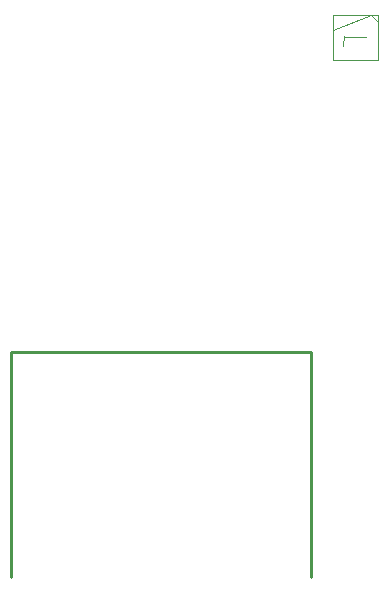
<source format=gbr>
G04 #@! TF.GenerationSoftware,KiCad,Pcbnew,(5.1.2)-1*
G04 #@! TF.CreationDate,2019-05-08T00:12:38+02:00*
G04 #@! TF.ProjectId,takt-panel,74616b74-2d70-4616-9e65-6c2e6b696361,rev?*
G04 #@! TF.SameCoordinates,Original*
G04 #@! TF.FileFunction,Legend,Top*
G04 #@! TF.FilePolarity,Positive*
%FSLAX46Y46*%
G04 Gerber Fmt 4.6, Leading zero omitted, Abs format (unit mm)*
G04 Created by KiCad (PCBNEW (5.1.2)-1) date 2019-05-08 00:12:38*
%MOMM*%
%LPD*%
G04 APERTURE LIST*
%ADD10C,0.120000*%
%ADD11C,0.250000*%
G04 APERTURE END LIST*
D10*
X142621000Y-24130000D02*
X144399000Y-24130000D01*
X142494000Y-24003000D02*
X142430500Y-24892000D01*
X142494000Y-24003000D02*
X142621000Y-24130000D01*
X144780000Y-22225000D02*
X141605000Y-23495000D01*
X145415000Y-22860000D02*
X144780000Y-22225000D01*
X141605000Y-26035000D02*
X145415000Y-26035000D01*
X141605000Y-22225000D02*
X145415000Y-22225000D01*
X145415000Y-26035000D02*
X145415000Y-22225000D01*
X141605000Y-22225000D02*
X141605000Y-26035000D01*
D11*
X139700000Y-50800000D02*
X139700000Y-69850000D01*
X114300000Y-50800000D02*
X139700000Y-50800000D01*
X114300000Y-69850000D02*
X114300000Y-50800000D01*
M02*

</source>
